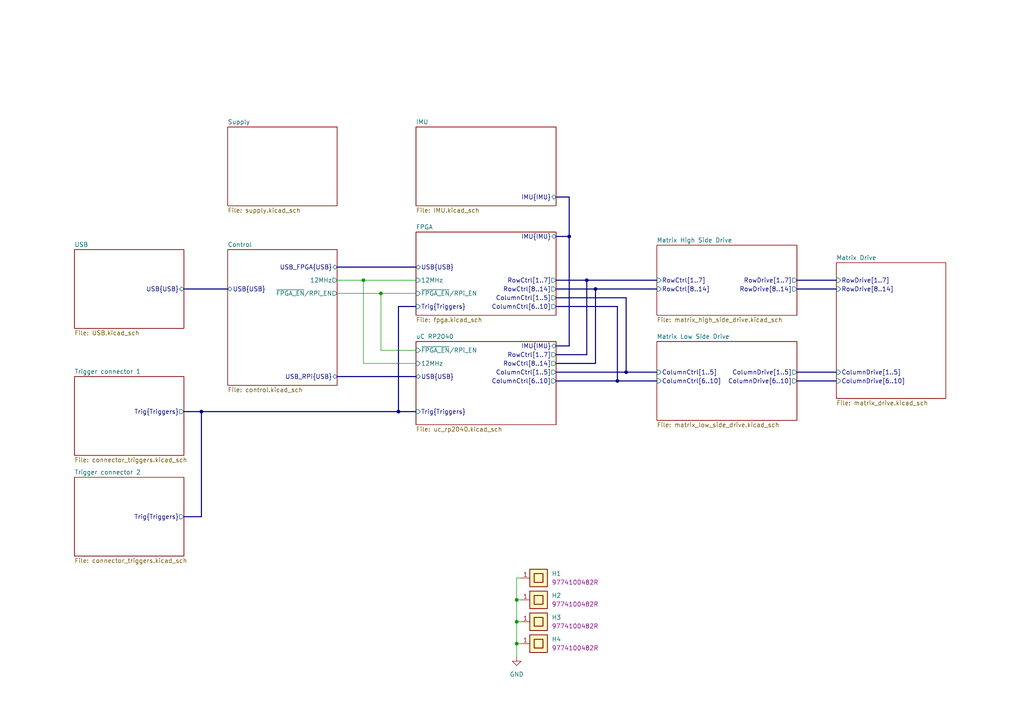
<source format=kicad_sch>
(kicad_sch (version 20231120) (generator "eeschema") (generator_version "8.0")
  (paper "A4")
  (title_block (title "LED Panel Board") (date "28.01.2025") (rev "1.0.0"))
  (lib_symbols
    (symbol "antmicroMechanicalParts:Spacer_Drill5.4mm_H10mm_9774100482R"
      (property "Reference" "H" (at 22.86 -2.54 0))
      (property "MPN" "9774100482R" (at 22.86 -5.08 0))
      (symbol "Spacer_Drill5.4mm_H10mm_9774100482R_1_1"
        (rectangle (start 2.54 -2.54) (end 7.62 2.54) (stroke (width 0.254)) (fill (type background)))
        (rectangle (start 3.81 -1.27) (end 6.35 1.27) (stroke (width 0.254)) (fill (type background)))
        (pin passive line (at 0 0 0) (length 2.54) (name "~") (number "1"))
      )
    )
    (symbol "antmicropower:GND" (power) (pin_numbers hide) (pin_names hide)
      (property "Value" "GND" (at 8.89 -5.08 0))
      (symbol "GND_1_1"
        (polyline (pts (xy 0 0) (xy 0 -1.27) (xy 1.27 -1.27) (xy 0 -2.54) (xy -1.27 -1.27) (xy 0 -1.27)))
        (pin power_in line (at 0 0 270) (length 0) (name "GND") (number "1"))
      )
    )
  )
  (junction (at 179.07 110.49))
  (junction (at 115.57 119.38))
  (junction (at 105.41 81.28))
  (junction (at 181.61 107.95))
  (junction (at 149.86 173.99))
  (junction (at 110.49 85.09))
  (junction (at 165.1 68.58))
  (junction (at 149.86 186.69))
  (junction (at 58.42 119.38))
  (junction (at 149.86 180.34))
  (junction (at 170.18 81.28))
  (junction (at 172.72 83.82))
  (wire (pts (xy 105.41 81.28) (xy 105.41 105.41)))
  (wire (pts (xy 149.86 186.69) (xy 151.13 186.69)))
  (bus (pts (xy 179.07 88.9) (xy 179.07 110.49)))
  (bus (pts (xy 179.07 110.49) (xy 190.5 110.49)))
  (bus (pts (xy 161.29 88.9) (xy 179.07 88.9)))
  (wire (pts (xy 149.86 173.99) (xy 149.86 180.34)))
  (bus (pts (xy 115.57 88.9) (xy 115.57 119.38)))
  (bus (pts (xy 170.18 102.87) (xy 170.18 81.28)))
  (bus (pts (xy 58.42 119.38) (xy 58.42 149.86)))
  (wire (pts (xy 105.41 105.41) (xy 120.65 105.41)))
  (bus (pts (xy 172.72 105.41) (xy 172.72 83.82)))
  (bus (pts (xy 231.14 83.82) (xy 242.57 83.82)))
  (bus (pts (xy 165.1 57.15) (xy 165.1 68.58)))
  (bus (pts (xy 97.79 77.47) (xy 120.65 77.47)))
  (bus (pts (xy 161.29 57.15) (xy 165.1 57.15)))
  (wire (pts (xy 110.49 85.09) (xy 110.49 101.6)))
  (bus (pts (xy 181.61 107.95) (xy 190.5 107.95)))
  (bus (pts (xy 58.42 119.38) (xy 115.57 119.38)))
  (wire (pts (xy 120.65 101.6) (xy 110.49 101.6)))
  (bus (pts (xy 161.29 107.95) (xy 181.61 107.95)))
  (bus (pts (xy 231.14 110.49) (xy 242.57 110.49)))
  (bus (pts (xy 58.42 149.86) (xy 53.34 149.86)))
  (bus (pts (xy 165.1 68.58) (xy 165.1 100.33)))
  (bus (pts (xy 97.79 109.22) (xy 120.65 109.22)))
  (bus (pts (xy 170.18 81.28) (xy 190.5 81.28)))
  (bus (pts (xy 53.34 83.82) (xy 66.04 83.82)))
  (wire (pts (xy 105.41 81.28) (xy 120.65 81.28)))
  (wire (pts (xy 149.86 186.69) (xy 149.86 190.5)))
  (bus (pts (xy 161.29 102.87) (xy 170.18 102.87)))
  (bus (pts (xy 161.29 86.36) (xy 181.61 86.36)))
  (bus (pts (xy 161.29 105.41) (xy 172.72 105.41)))
  (wire (pts (xy 149.86 180.34) (xy 151.13 180.34)))
  (wire (pts (xy 97.79 81.28) (xy 105.41 81.28)))
  (bus (pts (xy 172.72 83.82) (xy 190.5 83.82)))
  (wire (pts (xy 151.13 167.64) (xy 149.86 167.64)))
  (wire (pts (xy 149.86 167.64) (xy 149.86 173.99)))
  (wire (pts (xy 110.49 85.09) (xy 120.65 85.09)))
  (bus (pts (xy 161.29 83.82) (xy 172.72 83.82)))
  (bus (pts (xy 115.57 88.9) (xy 120.65 88.9)))
  (wire (pts (xy 97.79 85.09) (xy 110.49 85.09)))
  (bus (pts (xy 231.14 107.95) (xy 242.57 107.95)))
  (bus (pts (xy 161.29 110.49) (xy 179.07 110.49)))
  (bus (pts (xy 161.29 81.28) (xy 170.18 81.28)))
  (bus (pts (xy 181.61 86.36) (xy 181.61 107.95)))
  (wire (pts (xy 149.86 180.34) (xy 149.86 186.69)))
  (wire (pts (xy 149.86 173.99) (xy 151.13 173.99)))
  (bus (pts (xy 115.57 119.38) (xy 120.65 119.38)))
  (bus (pts (xy 165.1 100.33) (xy 161.29 100.33)))
  (bus (pts (xy 53.34 119.38) (xy 58.42 119.38)))
  (bus (pts (xy 231.14 81.28) (xy 242.57 81.28)))
  (bus (pts (xy 161.29 68.58) (xy 165.1 68.58)))
  (symbol (lib_id "antmicroMechanicalParts:Spacer_Drill5.4mm_H10mm_9774100482R") (at 151.13 180.34 0) (unit 1)
    (property "Reference" "H3" (at 160.02 179.07 0) (effects (justify left)))
    (property "Value" "Spacer_Drill5.4mm_H10mm_9774100482R" (effects (hide yes)))
    (property "Footprint" "antmicro-footprints:Spacer_Drill5.4mm_H10mm_9774100482R" (effects (hide yes)))
    (property "Datasheet" "https://www.we-online.com/components/products/datasheet/9774100482R.pdf" (effects (hide yes)))
    (property "Description" "Spacer, SMT, Non Stop, Steel, Swage Round, 9.4 mm x 10 mm, M4 Thread, WA-SMSI Series" (effects (hide yes)))
    (property "Manufacturer" "Würth Elektronik" (effects (hide yes)))
    (property "MPN" "9774100482R" (at 160.02 181.61 0) (effects (justify left)))
    (property "Author" "Antmicro" (effects (hide yes)))
    (property "License" "Apache-2.0" (effects (hide yes)))
  )
  (symbol (lib_id "antmicropower:GND") (at 149.86 190.5 0) (unit 1)
    (property "Reference" "#PWR0201" (effects (hide yes)))
    (property "Value" "GND" (at 149.86 195.58 0))
    (property "Author" "Antmicro" (effects (hide yes)))
    (property "License" "Apache-2.0" (effects (hide yes)))
  )
  (symbol (lib_id "antmicroMechanicalParts:Spacer_Drill5.4mm_H10mm_9774100482R") (at 151.13 167.64 0) (unit 1)
    (property "Reference" "H1" (at 160.02 166.37 0) (effects (justify left)))
    (property "Value" "Spacer_Drill5.4mm_H10mm_9774100482R" (effects (hide yes)))
    (property "Footprint" "antmicro-footprints:Spacer_Drill5.4mm_H10mm_9774100482R" (effects (hide yes)))
    (property "Datasheet" "https://www.we-online.com/components/products/datasheet/9774100482R.pdf" (effects (hide yes)))
    (property "Description" "Spacer, SMT, Non Stop, Steel, Swage Round, 9.4 mm x 10 mm, M4 Thread, WA-SMSI Series" (effects (hide yes)))
    (property "Manufacturer" "Würth Elektronik" (effects (hide yes)))
    (property "MPN" "9774100482R" (at 160.02 168.91 0) (effects (justify left)))
    (property "Author" "Antmicro" (effects (hide yes)))
    (property "License" "Apache-2.0" (effects (hide yes)))
  )
  (symbol (lib_id "antmicroMechanicalParts:Spacer_Drill5.4mm_H10mm_9774100482R") (at 151.13 186.69 0) (unit 1)
    (property "Reference" "H4" (at 160.02 185.42 0) (effects (justify left)))
    (property "Value" "Spacer_Drill5.4mm_H10mm_9774100482R" (effects (hide yes)))
    (property "Footprint" "antmicro-footprints:Spacer_Drill5.4mm_H10mm_9774100482R" (effects (hide yes)))
    (property "Datasheet" "https://www.we-online.com/components/products/datasheet/9774100482R.pdf" (effects (hide yes)))
    (property "Description" "Spacer, SMT, Non Stop, Steel, Swage Round, 9.4 mm x 10 mm, M4 Thread, WA-SMSI Series" (effects (hide yes)))
    (property "Manufacturer" "Würth Elektronik" (effects (hide yes)))
    (property "MPN" "9774100482R" (at 160.02 187.96 0) (effects (justify left)))
    (property "Author" "Antmicro" (effects (hide yes)))
    (property "License" "Apache-2.0" (effects (hide yes)))
  )
  (symbol (lib_id "antmicroMechanicalParts:Spacer_Drill5.4mm_H10mm_9774100482R") (at 151.13 173.99 0) (unit 1)
    (property "Reference" "H2" (at 160.02 172.72 0) (effects (justify left)))
    (property "Value" "Spacer_Drill5.4mm_H10mm_9774100482R" (effects (hide yes)))
    (property "Footprint" "antmicro-footprints:Spacer_Drill5.4mm_H10mm_9774100482R" (effects (hide yes)))
    (property "Datasheet" "https://www.we-online.com/components/products/datasheet/9774100482R.pdf" (effects (hide yes)))
    (property "Description" "Spacer, SMT, Non Stop, Steel, Swage Round, 9.4 mm x 10 mm, M4 Thread, WA-SMSI Series" (effects (hide yes)))
    (property "Manufacturer" "Würth Elektronik" (effects (hide yes)))
    (property "MPN" "9774100482R" (at 160.02 175.26 0) (effects (justify left)))
    (property "Author" "Antmicro" (effects (hide yes)))
    (property "License" "Apache-2.0" (effects (hide yes)))
  )
  (sheet (at 120.65 99.06) (size 40.64 24.13) (stroke (width 0.1524))
    (property "Sheetname" "uC RP2040" (at 120.65 98.3484 0) (effects (justify left bottom)))
    (property "Sheetfile" "uc_rp2040.kicad_sch" (at 120.65 123.7746 0) (effects (justify left top)))
    (pin "USB{USB}" bidirectional (at 120.65 109.22 180))
    (pin "Trig{Triggers}" input (at 120.65 119.38 180))
    (pin "~{FPGA_EN}{slash}RPi_EN" input (at 120.65 101.6 180))
    (pin "12MHz" input (at 120.65 105.41 180))
    (pin "RowCtrl[1..7]" output (at 161.29 102.87 0))
    (pin "RowCtrl[8..14]" output (at 161.29 105.41 0))
    (pin "ColumnCtrl[6..10]" output (at 161.29 110.49 0))
    (pin "ColumnCtrl[1..5]" output (at 161.29 107.95 0))
    (pin "IMU{IMU}" bidirectional (at 161.29 100.33 0))
  )
  (sheet (at 21.59 138.43) (size 31.75 22.86) (stroke (width 0.1524))
    (property "Sheetname" "Trigger connector 2" (at 21.59 137.7184 0) (effects (justify left bottom)))
    (property "Sheetfile" "connector_triggers.kicad_sch" (at 21.59 161.8746 0) (effects (justify left top)))
    (pin "Trig{Triggers}" output (at 53.34 149.86 0))
  )
  (sheet (at 21.59 72.39) (size 31.75 22.86) (stroke (width 0.1524))
    (property "Sheetname" "USB" (at 21.59 71.6784 0) (effects (justify left bottom)))
    (property "Sheetfile" "USB.kicad_sch" (at 21.59 95.8346 0) (effects (justify left top)))
    (pin "USB{USB}" bidirectional (at 53.34 83.82 0))
  )
  (sheet (at 242.57 76.2) (size 31.75 39.37) (stroke (width 0.1524))
    (property "Sheetname" "Matrix Drive" (at 242.57 75.4884 0) (effects (justify left bottom)))
    (property "Sheetfile" "matrix_drive.kicad_sch" (at 242.57 116.1546 0) (effects (justify left top)))
    (pin "ColumnDrive[6..10]" input (at 242.57 110.49 180))
    (pin "ColumnDrive[1..5]" input (at 242.57 107.95 180))
    (pin "RowDrive[8..14]" input (at 242.57 83.82 180))
    (pin "RowDrive[1..7]" input (at 242.57 81.28 180))
  )
  (sheet (at 21.59 109.22) (size 31.75 22.86) (stroke (width 0.1524))
    (property "Sheetname" "Trigger connector 1" (at 21.59 108.5084 0) (effects (justify left bottom)))
    (property "Sheetfile" "connector_triggers.kicad_sch" (at 21.59 132.6646 0) (effects (justify left top)))
    (pin "Trig{Triggers}" output (at 53.34 119.38 0))
  )
  (sheet (at 66.04 36.83) (size 31.75 22.86) (stroke (width 0.1524))
    (property "Sheetname" "Supply" (at 66.04 36.1184 0) (effects (justify left bottom)))
    (property "Sheetfile" "supply.kicad_sch" (at 66.04 60.2746 0) (effects (justify left top)))
  )
  (sheet (at 120.65 36.83) (size 40.64 22.86) (stroke (width 0.1524))
    (property "Sheetname" "IMU" (at 120.65 36.1184 0) (effects (justify left bottom)))
    (property "Sheetfile" "IMU.kicad_sch" (at 120.65 60.2746 0) (effects (justify left top)))
    (pin "IMU{IMU}" bidirectional (at 161.29 57.15 0))
  )
  (sheet (at 190.5 99.06) (size 40.64 22.86) (stroke (width 0.1524))
    (property "Sheetname" "Matrix Low Side Drive" (at 190.5 98.3484 0) (effects (justify left bottom)))
    (property "Sheetfile" "matrix_low_side_drive.kicad_sch" (at 190.5 122.5046 0) (effects (justify left top)))
    (pin "ColumnDrive[1..5]" output (at 231.14 107.95 0))
    (pin "ColumnCtrl[1..5]" input (at 190.5 107.95 180))
    (pin "ColumnCtrl[6..10]" input (at 190.5 110.49 180))
    (pin "ColumnDrive[6..10]" output (at 231.14 110.49 0))
  )
  (sheet (at 190.5 71.12) (size 40.64 20.32) (stroke (width 0.1524))
    (property "Sheetname" "Matrix High Side Drive" (at 190.5 70.4084 0) (effects (justify left bottom)))
    (property "Sheetfile" "matrix_high_side_drive.kicad_sch" (at 190.5 92.0246 0) (effects (justify left top)))
    (pin "RowDrive[8..14]" output (at 231.14 83.82 0))
    (pin "RowDrive[1..7]" output (at 231.14 81.28 0))
    (pin "RowCtrl[8..14]" input (at 190.5 83.82 180))
    (pin "RowCtrl[1..7]" input (at 190.5 81.28 180))
  )
  (sheet (at 66.04 72.39) (size 31.75 39.37) (stroke (width 0.1524))
    (property "Sheetname" "Control" (at 66.04 71.6784 0) (effects (justify left bottom)))
    (property "Sheetfile" "control.kicad_sch" (at 66.04 112.3446 0) (effects (justify left top)))
    (pin "USB{USB}" bidirectional (at 66.04 83.82 180))
    (pin "USB_FPGA{USB}" bidirectional (at 97.79 77.47 0))
    (pin "USB_RPi{USB}" bidirectional (at 97.79 109.22 0))
    (pin "~{FPGA_EN}{slash}RPi_EN" output (at 97.79 85.09 0))
    (pin "12MHz" output (at 97.79 81.28 0))
  )
  (sheet (at 120.65 67.31) (size 40.64 24.13) (stroke (width 0.1524))
    (property "Sheetname" "FPGA" (at 120.65 66.5984 0) (effects (justify left bottom)))
    (property "Sheetfile" "fpga.kicad_sch" (at 120.65 92.0246 0) (effects (justify left top)))
    (pin "Trig{Triggers}" input (at 120.65 88.9 180))
    (pin "USB{USB}" bidirectional (at 120.65 77.47 180))
    (pin "~{FPGA_EN}{slash}RPi_EN" input (at 120.65 85.09 180))
    (pin "12MHz" input (at 120.65 81.28 180))
    (pin "RowCtrl[1..7]" output (at 161.29 81.28 0))
    (pin "RowCtrl[8..14]" output (at 161.29 83.82 0))
    (pin "ColumnCtrl[1..5]" output (at 161.29 86.36 0))
    (pin "ColumnCtrl[6..10]" output (at 161.29 88.9 0))
    (pin "IMU{IMU}" bidirectional (at 161.29 68.58 0))
  )
)
</source>
